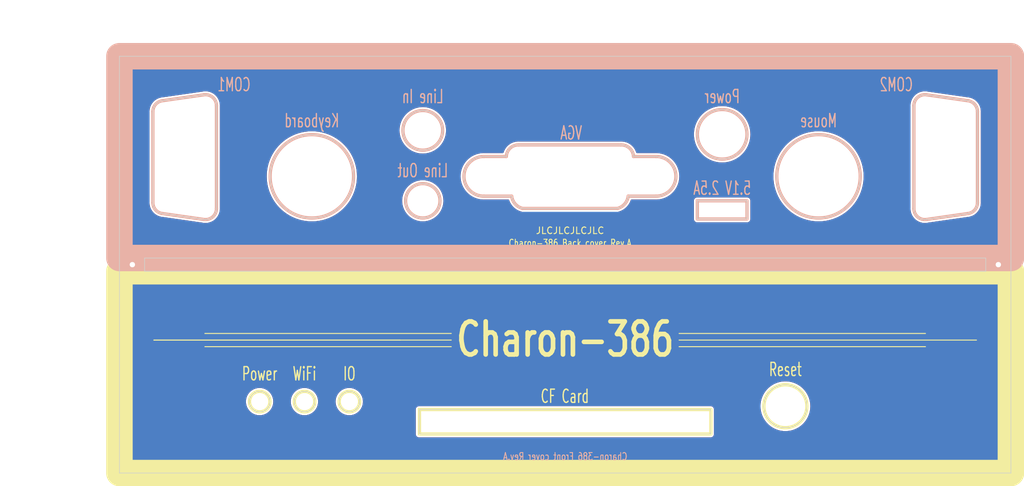
<source format=kicad_pcb>
(kicad_pcb (version 20211014) (generator pcbnew)
  (layers (0 "F.Cu" signal) (31 "B.Cu" signal) (34 "B.Paste" user) (35 "F.Paste" user) (36 "B.SilkS" user "B.Silkscreen") (37 "F.SilkS" user "F.Silkscreen") (38 "B.Mask" user) (39 "F.Mask" user) (44 "Edge.Cuts" user))
  (net 0 "")
  (net 1 "shield")
  (gr_arc (start 89.901746 67.33573) (mid 91.257025 67.698879) (end 91.85 68.970513) (layer "B.SilkS") (width 0.5))
  (gr_arc (start 135.617827 76.65) (mid 136.196062 75.390056) (end 137.492828 74.9) (layer "B.SilkS") (width 0.5))
  (gr_circle (center 106.25 79.65) (end 112.55 79.65) (layer "B.SilkS") (width 0.5) (fill none))
  (gr_line (start 132.217828 76.65) (end 135.617828 76.65) (layer "B.SilkS") (width 0.5))
  (gr_arc (start 158.217828 76.65) (mid 161.21783 79.65) (end 158.217828 82.65) (layer "B.SilkS") (width 0.5))
  (gr_circle (center 123 72.7) (end 126 72.7) (layer "B.SilkS") (width 0.5) (fill none))
  (gr_line (start 197.14969 84.529483) (end 197.14969 68.970509) (layer "B.SilkS") (width 0.5))
  (gr_arc (start 197.14969 68.970509) (mid 197.742659 67.698865) (end 199.097944 67.33573) (layer "B.SilkS") (width 0.5))
  (gr_arc (start 82.25 69.869781) (mid 82.638365 68.802753) (end 83.621743 68.235001) (layer "B.SilkS") (width 0.5))
  (gr_circle (center 168.2 73.3) (end 171.95 73.3) (layer "B.SilkS") (width 0.5) (fill none))
  (gr_line (start 83.621744 85.265) (end 89.901744 86.164268) (layer "B.SilkS") (width 0.5))
  (gr_circle (center 123 83.35) (end 125.6 83.35) (layer "B.SilkS") (width 0.5) (fill none))
  (gr_line (start 137.492828 74.9) (end 152.907172 74.9) (layer "B.SilkS") (width 0.5))
  (gr_line (start 138.053367 84.5) (end 152.417831 84.499999) (layer "B.SilkS") (width 0.5))
  (gr_line (start 91.85 68.970513) (end 91.85 84.529487) (layer "B.SilkS") (width 0.5))
  (gr_rect (start 77.2 61.5) (end 211.8 92) (layer "B.SilkS") (width 4) (fill none))
  (gr_line (start 205.377946 68.234996) (end 199.097946 67.335728) (layer "B.SilkS") (width 0.5))
  (gr_line (start 82.25 69.869781) (end 82.25 83.630219) (layer "B.SilkS") (width 0.5))
  (gr_arc (start 152.907172 74.9) (mid 154.216892 75.388074) (end 154.817828 76.65) (layer "B.SilkS") (width 0.5))
  (gr_arc (start 91.85 84.529487) (mid 91.257029 85.801122) (end 89.901746 86.164266) (layer "B.SilkS") (width 0.5))
  (gr_arc (start 206.74969 83.630215) (mid 206.361318 84.697231) (end 205.377947 85.264995) (layer "B.SilkS") (width 0.5))
  (gr_line (start 205.377946 85.264996) (end 199.097946 86.164264) (layer "B.SilkS") (width 0.5))
  (gr_arc (start 199.097944 86.164266) (mid 197.742673 85.801113) (end 197.14969 84.529483) (layer "B.SilkS") (width 0.5))
  (gr_line (start 206.74969 83.630215) (end 206.74969 69.869777) (layer "B.SilkS") (width 0.5))
  (gr_rect (start 164.45 83.35) (end 171.95 86.1) (layer "B.SilkS") (width 0.5) (fill none))
  (gr_circle (center 182.75 79.65) (end 189.05 79.65) (layer "B.SilkS") (width 0.5) (fill none))
  (gr_line (start 83.621744 68.235) (end 89.901744 67.335732) (layer "B.SilkS") (width 0.5))
  (gr_arc (start 132.217828 82.65) (mid 129.21783 79.65) (end 132.217828 76.65) (layer "B.SilkS") (width 0.5))
  (gr_line (start 132.217828 82.65) (end 136.417828 82.65) (layer "B.SilkS") (width 0.5))
  (gr_line (start 154.017828 82.65) (end 158.217828 82.65) (layer "B.SilkS") (width 0.5))
  (gr_line (start 154.817828 76.65) (end 158.217828 76.65) (layer "B.SilkS") (width 0.5))
  (gr_arc (start 83.621743 85.265001) (mid 82.638365 84.697247) (end 82.25 83.630219) (layer "B.SilkS") (width 0.5))
  (gr_arc (start 154.017828 82.65) (mid 153.496296 83.81584) (end 152.417831 84.499999) (layer "B.SilkS") (width 0.5))
  (gr_arc (start 138.053367 84.5) (mid 136.953378 83.82451) (end 136.417828 82.65) (layer "B.SilkS") (width 0.5))
  (gr_arc (start 205.377947 68.234995) (mid 206.361339 68.802744) (end 206.74969 69.869777) (layer "B.SilkS") (width 0.5))
  (gr_line (start 161.7 103.4) (end 198.9 103.4) (layer "F.SilkS") (width 0.15))
  (gr_circle (center 177.75 114.4) (end 181 114.4) (layer "F.SilkS") (width 0.5) (fill none))
  (gr_line (start 127.3 104.4) (end 82.4 104.4) (layer "F.SilkS") (width 0.15))
  (gr_rect (start 77.2 94) (end 211.8 124.5) (layer "F.SilkS") (width 4) (fill none))
  (gr_line (start 127.3 105.4) (end 90.1 105.4) (layer "F.SilkS") (width 0.15))
  (gr_line (start 161.7 104.4) (end 206.6 104.4) (layer "F.SilkS") (width 0.15))
  (gr_circle (center 111.92 113.7) (end 113.47 113.7) (layer "F.SilkS") (width 0.5) (fill none))
  (gr_circle (center 105.15 113.7) (end 106.7 113.7) (layer "F.SilkS") (width 0.5) (fill none))
  (gr_rect (start 122.5 118.6) (end 166.5 114.9) (layer "F.SilkS") (width 0.5) (fill none))
  (gr_circle (center 98.38 113.7) (end 99.93 113.7) (layer "F.SilkS") (width 0.5) (fill none))
  (gr_line (start 119.6 104.4) (end 82.4 104.4) (layer "F.SilkS") (width 0.15))
  (gr_line (start 127.3 103.4) (end 90.1 103.4) (layer "F.SilkS") (width 0.15))
  (gr_line (start 161.7 105.4) (end 198.9 105.4) (layer "F.SilkS") (width 0.15))
  (gr_circle (center 123 72.7) (end 126 72.7) (layer "Edge.Cuts") (width 0.1) (fill none))
  (gr_arc (start 197.14969 68.970509) (mid 197.742659 67.698865) (end 199.097944 67.33573) (layer "Edge.Cuts") (width 0.1))
  (gr_arc (start 83.621743 85.265001) (mid 82.638365 84.697247) (end 82.25 83.630219) (layer "Edge.Cuts") (width 0.1))
  (gr_circle (center 98.38 113.7) (end 99.93 113.7) (layer "Edge.Cuts") (width 0.1) (fill none))
  (gr_arc (start 205.377947 68.234995) (mid 206.361339 68.802744) (end 206.74969 69.869777) (layer "Edge.Cuts") (width 0.1))
  (gr_line (start 82.25 69.869781) (end 82.25 83.630219) (layer "Edge.Cuts") (width 0.1))
  (gr_line (start 83.621744 68.235) (end 89.901744 67.335732) (layer "Edge.Cuts") (width 0.1))
  (gr_line (start 211.8 124.5) (end 77.2 124.5) (layer "Edge.Cuts") (width 0.1))
  (gr_circle (center 168.2 73.3) (end 171.95 73.3) (layer "Edge.Cuts") (width 0.1) (fill none))
  (gr_line (start 154.817828 76.65) (end 158.217828 76.65) (layer "Edge.Cuts") (width 0.1))
  (gr_arc (start 91.85 84.529487) (mid 91.257029 85.801122) (end 89.901746 86.164266) (layer "Edge.Cuts") (width 0.1))
  (gr_line (start 208 92) (end 81 92) (layer "Edge.Cuts") (width 0.1))
  (gr_line (start 77.2 61.5) (end 211.8 61.5) (layer "Edge.Cuts") (width 0.1))
  (gr_line (start 83.621744 85.265) (end 89.901744 86.164268) (layer "Edge.Cuts") (width 0.1))
  (gr_line (start 77.2 124.5) (end 77.2 61.5) (layer "Edge.Cuts") (width 0.1))
  (gr_arc (start 82.25 69.869781) (mid 82.638365 68.802753) (end 83.621743 68.235001) (layer "Edge.Cuts") (width 0.1))
  (gr_circle (center 111.92 113.7) (end 113.47 113.7) (layer "Edge.Cuts") (width 0.1) (fill none))
  (gr_rect (start 122.5 118.6) (end 166.5 114.9) (layer "Edge.Cuts") (width 0.1) (fill none))
  (gr_arc (start 199.097944 86.164266) (mid 197.742673 85.801113) (end 197.14969 84.529483) (layer "Edge.Cuts") (width 0.1))
  (gr_line (start 91.85 68.970513) (end 91.85 84.529487) (layer "Edge.Cuts") (width 0.1))
  (gr_line (start 137.492828 74.9) (end 152.907172 74.9) (layer "Edge.Cuts") (width 0.1))
  (gr_line (start 205.377946 68.234996) (end 199.097946 67.335728) (layer "Edge.Cuts") (width 0.1))
  (gr_line (start 197.14969 84.529483) (end 197.14969 68.970509) (layer "Edge.Cuts") (width 0.1))
  (gr_circle (center 123 83.35) (end 125.6 83.35) (layer "Edge.Cuts") (width 0.1) (fill none))
  (gr_circle (center 182.75 79.65) (end 189.05 79.65) (layer "Edge.Cuts") (width 0.1) (fill none))
  (gr_arc (start 154.017828 82.65) (mid 153.496296 83.81584) (end 152.417831 84.499999) (layer "Edge.Cuts") (width 0.1))
  (gr_line (start 81 92) (end 81 94) (layer "Edge.Cuts") (width 0.1))
  (gr_line (start 81 94) (end 208 94) (layer "Edge.Cuts") (width 0.1))
  (gr_line (start 208 94) (end 208 92) (layer "Edge.Cuts") (width 0.1))
  (gr_arc (start 206.74969 83.630215) (mid 206.361318 84.697231) (end 205.377947 85.264995) (layer "Edge.Cuts") (width 0.1))
  (gr_arc (start 132.217828 82.65) (mid 129.21783 79.65) (end 132.217828 76.65) (layer "Edge.Cuts") (width 0.1))
  (gr_arc (start 135.617827 76.65) (mid 136.196062 75.390056) (end 137.492828 74.9) (layer "Edge.Cuts") (width 0.1))
  (gr_line (start 138.053367 84.5) (end 152.417831 84.499999) (layer "Edge.Cuts") (width 0.1))
  (gr_line (start 206.74969 83.630215) (end 206.74969 69.869777) (layer "Edge.Cuts") (width 0.1))
  (gr_line (start 211.8 61.5) (end 211.8 124.5) (layer "Edge.Cuts") (width 0.1))
  (gr_arc (start 138.053367 84.5) (mid 136.953378 83.82451) (end 136.417828 82.65) (layer "Edge.Cuts") (width 0.1))
  (gr_arc (start 152.907172 74.9) (mid 154.216892 75.388074) (end 154.817828 76.65) (layer "Edge.Cuts") (width 0.1))
  (gr_circle (center 177.75 114.4) (end 181 114.4) (layer "Edge.Cuts") (width 0.1) (fill none))
  (gr_circle (center 105.15 113.7) (end 106.7 113.7) (layer "Edge.Cuts") (width 0.1) (fill none))
  (gr_rect (start 164.45 83.35) (end 171.95 86.1) (layer "Edge.Cuts") (width 0.1) (fill none))
  (gr_circle (center 106.25 79.65) (end 112.55 79.65) (layer "Edge.Cuts") (width 0.1) (fill none))
  (gr_line (start 154.017828 82.65) (end 158.217828 82.65) (layer "Edge.Cuts") (width 0.1))
  (gr_arc (start 158.217828 76.65) (mid 161.21783 79.65) (end 158.217828 82.65) (layer "Edge.Cuts") (width 0.1))
  (gr_arc (start 89.901746 67.33573) (mid 91.257025 67.698879) (end 91.85 68.970513) (layer "Edge.Cuts") (width 0.1))
  (gr_line (start 205.377946 85.264996) (end 199.097946 86.164264) (layer "Edge.Cuts") (width 0.1))
  (gr_line (start 132.217828 82.65) (end 136.417828 82.65) (layer "Edge.Cuts") (width 0.1))
  (gr_line (start 132.217828 76.65) (end 135.617828 76.65) (layer "Edge.Cuts") (width 0.1))
  (gr_text "5.1V 2.5A" (at 168.2 81.45) (layer "B.SilkS") (effects (font (size 2 1.2) (thickness 0.2)) (justify mirror)))
  (gr_text "Keyboard" (at 106.25 71.25) (layer "B.SilkS") (effects (font (size 2 1.2) (thickness 0.2)) (justify mirror)))
  (gr_text "Charon-386 Front cover Rev.A" (at 144.5 122) (layer "B.SilkS") (effects (font (size 1.1 0.8) (thickness 0.14)) (justify mirror)))
  (gr_text "Power" (at 168.2 67.6) (layer "B.SilkS") (effects (font (size 2 1.2) (thickness 0.2)) (justify mirror)))
  (gr_text "COM1" (at 94.5 65.8) (layer "B.SilkS") (effects (font (size 2 1.2) (thickness 0.2)) (justify mirror)))
  (gr_text "Line In" (at 123 67.6) (layer "B.SilkS") (effects (font (size 2 1.2) (thickness 0.2)) (justify mirror)))
  (gr_text "Line Out" (at 123 78.8) (layer "B.SilkS") (effects (font (size 2 1.2) (thickness 0.2)) (justify mirror)))
  (gr_text "Mouse" (at 182.75 71.25) (layer "B.SilkS") (effects (font (size 2 1.2) (thickness 0.2)) (justify mirror)))
  (gr_text "VGA" (at 145.407828 73.1) (layer "B.SilkS") (effects (font (size 2 1.2) (thickness 0.2)) (justify mirror)))
  (gr_text "COM2" (at 194.5 65.8) (layer "B.SilkS") (effects (font (size 2 1.2) (thickness 0.2)) (justify mirror)))
  (gr_text "CF Card" (at 144.45 112.9) (layer "F.SilkS") (effects (font (size 2 1.2) (thickness 0.2))))
  (gr_text "IO" (at 111.92 109.5) (layer "F.SilkS") (effects (font (size 2 1.2) (thickness 0.2))))
  (gr_text "Power" (at 98.38 109.5) (layer "F.SilkS") (effects (font (size 2 1.2) (thickness 0.2))))
  (gr_text "Charon-386 Back cover Rev.A" (at 145.235599 89.75) (layer "F.SilkS") (effects (font (size 1.1 0.8) (thickness 0.14))))
  (gr_text "Charon-386" (at 144.5 104.3) (layer "F.SilkS") (effects (font (size 5 3.5) (thickness 0.7))))
  (gr_text "Reset" (at 177.75 108.85) (layer "F.SilkS") (effects (font (size 2 1.2) (thickness 0.2))))
  (gr_text "JLCJLCJLCJLC" (at 145.235599 87.85) (layer "F.SilkS") (effects (font (size 1 1))))
  (gr_text "WiFi" (at 105.15 109.5) (layer "F.SilkS") (effects (font (size 2 1.2) (thickness 0.2))))
  (via (at 79.15 93) (size 1.2) (drill 0.8) (layers "F.Cu" "B.Cu") (net 1))
  (via (at 209.9 93) (size 1.2) (drill 0.8) (layers "F.Cu" "B.Cu") (net 1))
  (zone (net 1) (net_name "shield") (layers F&B.Cu) (connect_pads (clearance 0.508)) (min_thickness 0.254) (fill yes (thermal_gap 0.508) (thermal_bridge_width 0.508) (island_removal_mode 1) (island_area_min 0))
    (polygon (pts (xy 212 124.7) (xy 77 124.7) (xy 77 61.3) (xy 212 61.3)))
  )
)
</source>
